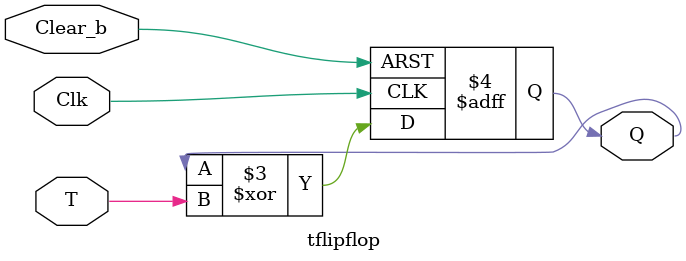
<source format=v>
module part1 (Clock, Enable, Clear_b, CounterValue);
  input Enable;
  input Clock;
  input Clear_b;
  output [7:0] CounterValue;

  wire input1, input2, input3, input4, input5, input6, input7;
  wire CounterValue0, CounterValue1, CounterValue2, CounterValue3, CounterValue4, CounterValue5, CounterValue6, CounterValue7;

  tflipflop t0(
    .Clk(Clock),
    .Clear_b(Clear_b),
    .T(Enable),
    .Q(CounterValue0)
    );
  and(input1, Enable, CounterValue0); // AND Gate connecting t0 and t1
  assign CounterValue[0] = CounterValue0;

  tflipflop t1(
    .Clk(Clock),
    .Clear_b(Clear_b),
    .T(input1),
    .Q(CounterValue1)
    );
  and a(input2, input1, CounterValue1);
  assign CounterValue[1] = CounterValue1;

  tflipflop t2(
    .Clk(Clock),
    .Clear_b(Clear_b),
    .T(input2),
    .Q(CounterValue2)
    );
  and(input3, input2, CounterValue2);
  assign CounterValue[2] = CounterValue2;

  tflipflop t3(
    .Clk(Clock),
    .Clear_b(Clear_b),
    .T(input3),
    .Q(CounterValue3)
    );
  and(input4, input3, CounterValue3);
  assign CounterValue[3] = CounterValue3;

  tflipflop t4(
    .Clk(Clock),
    .Clear_b(Clear_b),
    .T(input4),
    .Q(CounterValue4)
    );
  and(input5, input4, CounterValue4);
  assign CounterValue[4] = CounterValue4;

  tflipflop t5(
    .Clk(Clock),
    .Clear_b(Clear_b),
    .T(input5),
    .Q(CounterValue5)
    );
  and(input6, input5, CounterValue5);
  assign CounterValue[5] = CounterValue5;

  tflipflop t6(
    .Clk(Clock),
    .Clear_b(Clear_b),
    .T(input6),
    .Q(CounterValue6)
    );
  and(input7, input6, CounterValue6);
  assign CounterValue[6] = CounterValue6;

  tflipflop t7(
    .Clk(Clock),
    .Clear_b(Clear_b),
    .T(input7),
    .Q(CounterValue7)
    );
  assign CounterValue[7] = CounterValue7;


endmodule // counter

module tflipflop (Clk, Clear_b, T, Q);
  input Clk;
  input Clear_b;
  input T;
  output Q;
  reg Q;

  always @(posedge Clk, negedge Clear_b)
    begin
      if (Clear_b == 1'b0)
        Q <= 1'b0;
      else
        Q <= Q ^ T;
    end

endmodule // tflipflop




// Seven Segment Decoder, takes binary input and CounterValueputs it in hex
//module seven_seg_decoder(SW,HEX0);
  //input [3:0] SW;
  //output [6:0] HEX0;

 // assign HEX0[0] = (~SW[3]&~SW[2]&~SW[1]&SW[0]) | (~SW[3]&SW[2]&~SW[1]&~SW[0]) | (SW[3]&SW[2]&~SW[1]&SW[0]) | (SW[3]&~SW[2]&SW[1]&SW[0]);
 // assign HEX0[1] = (SW[3]&SW[1]&SW[0]) | (SW[3]&SW[2]&~SW[0]) | (SW[2]&SW[1]&~SW[0]) | (~SW[3]&SW[2]&~SW[1]&SW[0]);
 // assign HEX0[2] = (SW[3]&SW[2]&~SW[0]) | (SW[3]&SW[2]&SW[1]) | (~SW[3]&~SW[2]&SW[1]&~SW[0]);
 // assign HEX0[3] = (SW[2]&SW[1]&SW[0]) | (~SW[2]&~SW[1]&SW[0]) | (~SW[3]&SW[2]&~SW[1]&~SW[0]) | (SW[3]&~SW[2]&SW[1]&~SW[0]);
 // assign HEX0[4] = (~SW[3]&SW[0]) | (~SW[3]&SW[2]&~SW[1]) | (~SW[2]&~SW[1]&SW[0]);
 // assign HEX0[5] = (~SW[3]&~SW[2]&SW[1]) | (~SW[3]&~SW[2]&SW[0]) | (~SW[3]&SW[1]&SW[0]) | (SW[3]&SW[2]&~SW[1]&SW[0]);
 // assign HEX0[6] = (~SW[3]&~SW[2]&~SW[1]) | (SW[3]&SW[2]&~SW[1]&~SW[0]) | (~SW[3]&SW[2]&SW[1]&SW[0]);

//endmodule //seven_seg_decoder
</source>
